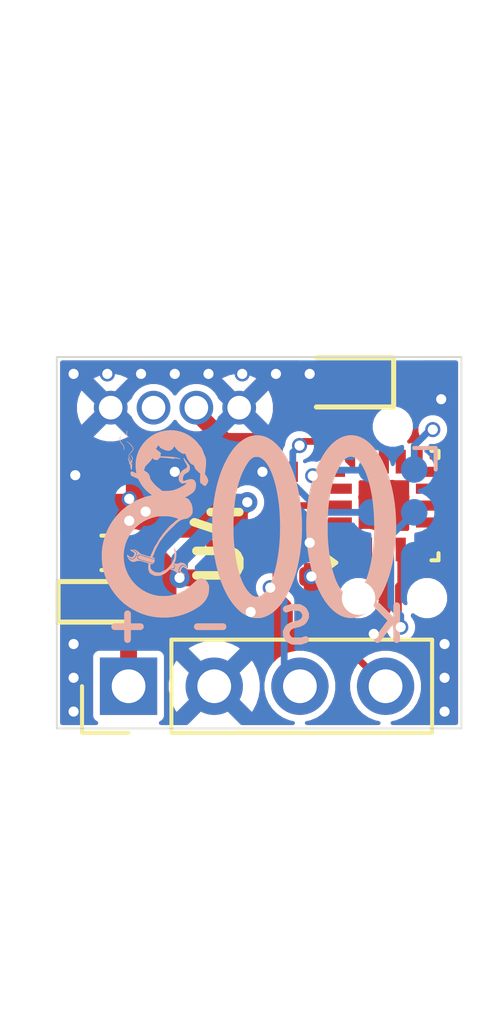
<source format=kicad_pcb>
(kicad_pcb (version 20241229) (generator "pcbnew") (generator_version "9.0")
  (layers (0 "F.Cu" signal) (4 "In1.Cu" signal) (6 "In2.Cu" signal) (2 "B.Cu" signal) (13 "F.Paste" user) (15 "B.Paste" user) (5 "F.SilkS" user "F.Silkscreen") (7 "B.SilkS" user "B.Silkscreen") (1 "F.Mask" user) (3 "B.Mask" user) (25 "Edge.Cuts" user))
  (net 0 "")
  (net 1 "GND")
  (net 2 "Net-(U4-EN)")
  (net 3 "+3.3V")
  (net 6 "Net-(D4-Pad1)")
  (net 7 "/Kill")
  (net 8 "/Start")
  (net 9 "Net-(J2-Pin_1)")
  (net 10 "Net-(D3-Pad1)")
  (net 11 "/SWDATA")
  (net 12 "/NRST")
  (net 13 "/SWCLK")
  (net 14 "Net-(U2-OUT)")
  (net 22 "Net-(U3-PA9{slash}PA11)")
  (footprint "PCM_JLCPCB:R_0402" (layer "F.Cu") (at 137.4 84)
    (property "Reference" "R1" (hide yes))
    (property "Value" "1kΩ" (hide yes))
    (pad "1" smd roundrect (at -0.5 -0.000002) (size 0.56 0.62) (layers "F.Cu" "F.Mask" "F.Paste") (net 6 "Net-(D4-Pad1)"))
    (pad "2" smd roundrect (at 0.5 0.000002) (size 0.56 0.62) (layers "F.Cu" "F.Mask" "F.Paste") (net 1 "GND"))
  )
  (footprint "PCM_JLCPCB:D_DFN1006-2L" (layer "F.Cu") (at 133.55 91.05)
    (property "Reference" "D1" (hide yes))
    (property "Value" "H3V3N10B")
    (pad "1" smd rect (at -0.399999 0.000003) (size 0.5 0.6) (layers "F.Cu" "F.Mask" "F.Paste") (net 1 "GND"))
    (pad "2" smd rect (at 0.399999 -0.000003) (size 0.5 0.6) (layers "F.Cu" "F.Mask" "F.Paste") (net 7 "/Kill"))
  )
  (footprint "Fuse:Fuse_0603_1608Metric" (layer "F.Cu") (at 127.9875 89.3 180)
    (property "Reference" "F1" (hide yes))
    (property "Value" "100 mA")
    (pad "1" smd roundrect (at -0.787502 -0.000001 180) (size 0.875 0.95) (layers "F.Cu" "F.Mask" "F.Paste") (net 2 "Net-(U4-EN)"))
    (pad "2" smd roundrect (at 0.787502 0.000001 180) (size 0.875 0.95) (layers "F.Cu" "F.Mask" "F.Paste") (net 10 "Net-(D3-Pad1)"))
  )
  (footprint "PCM_JLCPCB:D_DFN1006-2L" (layer "F.Cu") (at 133 86.9)
    (property "Reference" "D2" (hide yes))
    (property "Value" "H3V3N10B")
    (pad "1" smd rect (at -0.399998 0.000001) (size 0.5 0.6) (layers "F.Cu" "F.Mask" "F.Paste") (net 1 "GND"))
    (pad "2" smd rect (at 0.399998 -0.000001) (size 0.5 0.6) (layers "F.Cu" "F.Mask" "F.Paste") (net 8 "/Start"))
  )
  (footprint "PCM_JLCPCB:C_0402" (layer "F.Cu") (at 128.5 87.000002 180)
    (property "Reference" "C6" (hide yes))
    (property "Value" "100nF")
    (pad "1" smd roundrect (at -0.5 -0.000002 180) (size 0.56 0.62) (layers "F.Cu" "F.Mask" "F.Paste") (net 3 "+3.3V"))
    (pad "2" smd roundrect (at 0.5 0.000002 180) (size 0.56 0.62) (layers "F.Cu" "F.Mask" "F.Paste") (net 1 "GND"))
  )
  (footprint "Connector_PinHeader_2.54mm:PinHeader_1x04_P2.54mm_Vertical" (layer "F.Cu") (at 128.63 93.25 90)
    (property "Reference" "J2" (hide yes))
    (property "Value" "I/O Header")
    (pad "1" thru_hole rect (at 0 0 90) (size 1.7 1.7) (drill 1) (layers "*.Cu" "*.Mask") (net 9 "Net-(J2-Pin_1)"))
    (pad "2" thru_hole circle (at -0.000001 2.540001 90) (size 1.7 1.7) (drill 1) (layers "*.Cu" "*.Mask") (net 1 "GND"))
    (pad "3" thru_hole circle (at 0 5.08 90) (size 1.7 1.7) (drill 1) (layers "*.Cu" "*.Mask") (net 8 "/Start"))
    (pad "4" thru_hole circle (at 0 7.62 90) (size 1.7 1.7) (drill 1) (layers "*.Cu" "*.Mask") (net 7 "/Kill"))
  )
  (footprint "PCM_JLCPCB:C_0402" (layer "F.Cu") (at 131.2 86.920411 180)
    (property "Reference" "C1" (hide yes))
    (property "Value" "1uF")
    (pad "1" smd roundrect (at -0.5 -0.000002 180) (size 0.56 0.62) (layers "F.Cu" "F.Mask" "F.Paste") (net 3 "+3.3V"))
    (pad "2" smd roundrect (at 0.5 0.000002 180) (size 0.56 0.62) (layers "F.Cu" "F.Mask" "F.Paste") (net 1 "GND"))
  )
  (footprint "PCM_JLCPCB:C_0402" (layer "F.Cu") (at 130.3 91.05)
    (property "Reference" "C4" (hide yes))
    (property "Value" "1uF")
    (pad "1" smd roundrect (at -0.5 0) (size 0.56 0.62) (layers "F.Cu" "F.Mask" "F.Paste") (net 2 "Net-(U4-EN)"))
    (pad "2" smd roundrect (at 0.5 0) (size 0.56 0.62) (layers "F.Cu" "F.Mask" "F.Paste") (net 1 "GND"))
  )
  (footprint "UniversalAlexLibrary:LDK220PU33R" (layer "F.Cu") (at 131.537999 89.05 -90)
    (property "Reference" "U4" (at -0.05 0.2 270) (layer "F.SilkS") (effects (font (size 1.27 1.27) (thickness 0.254))))
    (property "Value" "LDK220PU33R" (hide yes))
    (pad "1" smd rect (at -0.4 0.338 270) (size 0.28 0.53) (layers "F.Cu" "F.Mask" "F.Paste") (net 3 "+3.3V"))
    (pad "2" smd rect (at 0 0.338 270) (size 0.28 0.53) (layers "F.Cu" "F.Mask" "F.Paste"))
    (pad "3" smd rect (at 0.4 0.338 270) (size 0.28 0.53) (layers "F.Cu" "F.Mask" "F.Paste"))
    (pad "4" smd rect (at 0.4 -0.338 270) (size 0.28 0.53) (layers "F.Cu" "F.Mask" "F.Paste") (net 2 "Net-(U4-EN)"))
    (pad "5" smd rect (at 0 -0.338 270) (size 0.28 0.53) (layers "F.Cu" "F.Mask" "F.Paste") (net 1 "GND"))
    (pad "6" smd rect (at -0.4 -0.338 270) (size 0.28 0.53) (layers "F.Cu" "F.Mask" "F.Paste") (net 2 "Net-(U4-EN)"))
  )
  (footprint "PCM_JLCPCB:D_0603" (layer "F.Cu") (at 135 84.25 180)
    (property "Reference" "D4" (hide yes))
    (property "Value" "Red")
    (pad "1" smd roundrect (at -0.79 0 180) (size 0.88 0.95) (layers "F.Cu" "F.Mask" "F.Paste") (net 6 "Net-(D4-Pad1)"))
    (pad "2" smd roundrect (at 0.79 0 180) (size 0.88 0.95) (layers "F.Cu" "F.Mask" "F.Paste") (net 22 "Net-(U3-PA9{slash}PA11)"))
  )
  (footprint "UniversalAlexLibrary:TVCastSMD4" (layer "F.Cu") (at 130.005 85)
    (property "Reference" "U2" (hide yes))
    (property "Value" "TSOP392")
    (pad "1" thru_hole circle (at -1.905 0) (size 1 1) (drill 0.7) (layers "*.Cu" "*.Mask") (net 1 "GND"))
    (pad "2" thru_hole circle (at -0.635 0) (size 1 1) (drill 0.7) (layers "*.Cu" "*.Mask") (net 3 "+3.3V"))
    (pad "3" thru_hole circle (at 0.635 0) (size 1 1) (drill 0.7) (layers "*.Cu" "*.Mask") (net 14 "Net-(U2-OUT)"))
    (pad "4" thru_hole circle (at 1.905 0) (size 1 1) (drill 0.7) (layers "*.Cu" "*.Mask") (net 1 "GND"))
  )
  (footprint "PCM_JLCPCB:D_SOD-523" (layer "F.Cu") (at 127.8 90.75)
    (property "Reference" "D3" (hide yes))
    (property "Value" "1SS389")
    (pad "1" smd roundrect (at -0.7 0 180) (size 0.6 0.7) (layers "F.Cu" "F.Mask" "F.Paste") (net 10 "Net-(D3-Pad1)"))
    (pad "2" smd roundrect (at 0.7 0 180) (size 0.6 0.7) (layers "F.Cu" "F.Mask" "F.Paste") (net 9 "Net-(J2-Pin_1)"))
  )
  (footprint "PCM_JLCPCB:C_0402" (layer "F.Cu") (at 134 89.5 90)
    (property "Reference" "C2" (hide yes))
    (property "Value" "100nF")
    (pad "1" smd roundrect (at -0.5 -0.000002 90) (size 0.56 0.62) (layers "F.Cu" "F.Mask" "F.Paste") (net 3 "+3.3V"))
    (pad "2" smd roundrect (at 0.5 0.000002 90) (size 0.56 0.62) (layers "F.Cu" "F.Mask" "F.Paste") (net 1 "GND"))
  )
  (footprint "Package_DFN_QFN:ST_UFQFPN-20_3x3mm_P0.5mm" (layer "F.Cu") (at 136.2 87.9 90)
    (property "Reference" "U3" (hide yes))
    (property "Value" "STM32C011F4")
    (pad "1" smd custom (at -1.475 -1.000001 90) (size 0.35 0.3) (layers "F.Cu" "F.Mask" "F.Paste") (options (clearance outline) (anchor rect)) (primitives (gr_poly (pts (xy 0.325 0) (xy 0.325 0.15) (xy 0.175 0.15) (xy 0.175 -0.15)) (width 0) (fill yes))))
    (pad "2" smd rect (at -1.3 -0.5 90) (size 0.7 0.3) (layers "F.Cu" "F.Mask" "F.Paste") (net 3 "+3.3V"))
    (pad "3" smd rect (at -1.3 0 90) (size 0.7 0.3) (layers "F.Cu" "F.Mask" "F.Paste") (net 1 "GND"))
    (pad "4" smd rect (at -1.3 0.5 90) (size 0.7 0.3) (layers "F.Cu" "F.Mask" "F.Paste") (net 12 "/NRST"))
    (pad "5" smd custom (at -1.475002 0.999999 90) (size 0.35 0.3) (layers "F.Cu" "F.Mask" "F.Paste") (options (clearance outline) (anchor rect)) (primitives (gr_poly (pts (xy 0.325 0) (xy 0.175 0.15) (xy 0.175 -0.15) (xy 0.325 -0.15)) (width 0) (fill yes))))
    (pad "6" smd custom (at -1.000001 1.475 90) (size 0.3 0.35) (layers "F.Cu" "F.Mask" "F.Paste") (options (clearance outline) (anchor rect)) (primitives (gr_poly (pts (xy 0.15 -0.175) (xy -0.15 -0.175) (xy 0 -0.325) (xy 0.15 -0.325)) (width 0) (fill yes))))
    (pad "7" smd rect (at -0.5 1.3 90) (size 0.3 0.7) (layers "F.Cu" "F.Mask" "F.Paste"))
    (pad "8" smd rect (at 0 1.3 90) (size 0.3 0.7) (layers "F.Cu" "F.Mask" "F.Paste"))
    (pad "9" smd rect (at 0.5 1.3 90) (size 0.3 0.7) (layers "F.Cu" "F.Mask" "F.Paste"))
    (pad "10" smd custom (at 0.999999 1.475002 90) (size 0.3 0.35) (layers "F.Cu" "F.Mask" "F.Paste") (options (clearance outline) (anchor rect)) (primitives (gr_poly (pts (xy 0.15 -0.175) (xy -0.15 -0.175) (xy -0.15 -0.325) (xy 0 -0.325)) (width 0) (fill yes))))
    (pad "11" smd custom (at 1.475 1.000001 90) (size 0.35 0.3) (layers "F.Cu" "F.Mask" "F.Paste") (options (clearance outline) (anchor rect)) (primitives (gr_poly (pts (xy -0.175 0.15) (xy -0.325 0) (xy -0.325 -0.15) (xy -0.175 -0.15)) (width 0) (fill yes))))
    (pad "12" smd rect (at 1.3 0.5 90) (size 0.7 0.3) (layers "F.Cu" "F.Mask" "F.Paste"))
    (pad "13" smd rect (at 1.3 0 90) (size 0.7 0.3) (layers "F.Cu" "F.Mask" "F.Paste"))
    (pad "14" smd rect (at 1.3 -0.5 90) (size 0.7 0.3) (layers "F.Cu" "F.Mask" "F.Paste") (net 22 "Net-(U3-PA9{slash}PA11)"))
    (pad "15" smd custom (at 1.475002 -0.999999 90) (size 0.35 0.3) (layers "F.Cu" "F.Mask" "F.Paste") (net 14 "Net-(U2-OUT)") (options (clearance outline) (anchor rect)) (primitives (gr_poly (pts (xy -0.175 0.15) (xy -0.325 0.15) (xy -0.325 0) (xy -0.175 -0.15)) (width 0) (fill yes))))
    (pad "16" smd custom (at 1.000001 -1.475 90) (size 0.3 0.35) (layers "F.Cu" "F.Mask" "F.Paste") (net 13 "/SWCLK") (options (clearance outline) (anchor rect)) (primitives (gr_poly (pts (xy 0 0.325) (xy -0.15 0.325) (xy -0.15 0.175) (xy 0.15 0.175)) (width 0) (fill yes))))
    (pad "17" smd rect (at 0.5 -1.3 90) (size 0.3 0.7) (layers "F.Cu" "F.Mask" "F.Paste") (net 11 "/SWDATA"))
    (pad "18" smd rect (at 0 -1.3 90) (size 0.3 0.7) (layers "F.Cu" "F.Mask" "F.Paste") (net 8 "/Start"))
    (pad "19" smd rect (at -0.5 -1.3 90) (size 0.3 0.7) (layers "F.Cu" "F.Mask" "F.Paste") (net 7 "/Kill"))
    (pad "20" smd custom (at -0.999999 -1.475002 90) (size 0.3 0.35) (layers "F.Cu" "F.Mask" "F.Paste") (options (clearance outline) (anchor rect)) (primitives (gr_poly (pts (xy 0.15 0.325) (xy 0 0.325) (xy -0.15 0.175) (xy 0.15 0.175)) (width 0) (fill yes))))
  )
  (footprint "Connector:Tag-Connect_TC2030-IDC-NL_2x03_P1.27mm_Vertical" (layer "B.Cu") (at 136.465 88.1 -90)
    (property "Reference" "J1" (hide yes))
    (property "Value" "Conn_ARM_SWD_TagConnect_TC2030-NL")
    (pad "" np_thru_hole circle (at -2.540004 -0.000001 270) (size 0.9906 0.9906) (drill 0.9906) (layers "*.Cu" "*.Mask"))
    (pad "" np_thru_hole circle (at 2.540001 1.016002 270) (size 0.9906 0.9906) (drill 0.9906) (layers "*.Cu" "*.Mask"))
    (pad "" np_thru_hole circle (at 2.540002 -1.016 270) (size 0.9906 0.9906) (drill 0.9906) (layers "*.Cu" "*.Mask"))
    (pad "1" connect circle (at -1.269998 -0.634998 270) (size 0.7874 0.7874) (layers "B.Cu" "B.Mask") (net 3 "+3.3V"))
    (pad "2" connect circle (at -1.27 0.634999 270) (size 0.7874 0.7874) (layers "B.Cu" "B.Mask") (net 11 "/SWDATA"))
    (pad "3" connect circle (at 0 -0.635 270) (size 0.7874 0.7874) (layers "B.Cu" "B.Mask") (net 12 "/NRST"))
    (pad "4" connect circle (at 0 0.635 270) (size 0.7874 0.7874) (layers "B.Cu" "B.Mask") (net 13 "/SWCLK"))
    (pad "5" connect circle (at 1.27 -0.634999 270) (size 0.7874 0.7874) (layers "B.Cu" "B.Mask") (net 1 "GND"))
    (zone (net 0) (net_name "") (layer "B.Cu") (connect_pads (clearance 0)) (min_thickness 0.254)
      (keepout (tracks allowed) (vias not_allowed) (pads allowed) (copperpour not_allowed) (footprints not_allowed))
      (fill (thermal_gap 0.508) (thermal_bridge_width 0.508))
      (polygon (pts (xy 135.830002 89.369998) (xy 135.830001 86.83) (xy 137.099998 86.830002) (xy 137.099999 89.37)))
    )
  )
  (footprint "LOGO" (layer "B.Cu") (at 132.281654 88.429759 180)
    (property "Reference" "G***" (hide yes))
    (property "Value" "LOGO" (hide yes))
  )
  (gr_rect (start 126.5 83.5) (end 138.5 94.5) (stroke (width 0.05)) (fill no) (layer "Edge.Cuts"))
  (gr_text "-" (at 131.8 92 0) (layer "B.SilkS") (effects (font (size 1 1) (thickness 0.2) (bold yes)) (justify left bottom mirror)))
  (gr_text "+" (at 129.35 92 0) (layer "B.SilkS") (effects (font (size 1 1) (thickness 0.2) (bold yes)) (justify left bottom mirror)))
  (gr_text "S" (at 134.2 92.05 0) (layer "B.SilkS") (effects (font (size 1 1) (thickness 0.2) (bold yes)) (justify left bottom mirror)))
  (gr_text "K" (at 136.95 92 0) (layer "B.SilkS") (effects (font (size 1 1) (thickness 0.2) (bold yes)) (justify left bottom mirror)))
  (segment (start 135.9 91.7) (end 135.9 91.408207) (width 0.2) (layer "F.Cu") (net 1))
  (segment (start 135.9 91.408207) (end 136.299298 91.008909) (width 0.2) (layer "F.Cu") (net 1))
  (segment (start 130 86.9) (end 130 86.949992) (width 0.2) (layer "F.Cu") (net 1))
  (segment (start 130.049992 86.9) (end 130.679591 86.9) (width 0.2) (layer "F.Cu") (net 1))
  (segment (start 136.299298 90.287795) (end 136.2 90.188497) (width 0.2) (layer "F.Cu") (net 1))
  (segment (start 127.05 87.949998) (end 127.05 87) (width 0.5) (layer "F.Cu") (net 1))
  (segment (start 128 87) (end 127.05 87) (width 0.5) (layer "F.Cu") (net 1))
  (segment (start 130 86.949992) (end 130.049992 86.9) (width 0.2) (layer "F.Cu") (net 1))
  (segment (start 130.679591 86.9) (end 130.7 86.920409) (width 0.2) (layer "F.Cu") (net 1))
  (segment (start 134.050002 89) (end 134 89) (width 0.25) (layer "F.Cu") (net 1))
  (segment (start 136.2 90.188497) (end 136.2 89.2) (width 0.2) (layer "F.Cu") (net 1))
  (segment (start 136.299298 91.008909) (end 136.299298 90.287795) (width 0.2) (layer "F.Cu") (net 1))
  (via (at 127 84) (size 0.45) (drill 0.3) (layers "F.Cu" "B.Cu") (net 1))
  (via (at 137.9 84.75) (size 0.45) (drill 0.3) (layers "F.Cu" "B.Cu") (net 1))
  (via (at 138 94) (size 0.45) (drill 0.3) (layers "F.Cu" "B.Cu") (net 1))
  (via (at 128 84) (size 0.45) (drill 0.3) (layers "F.Cu" "B.Cu") (net 1))
  (via (at 135.9 91.7) (size 0.45) (drill 0.3) (layers "F.Cu" "B.Cu") (net 1))
  (via (at 127 92) (size 0.45) (drill 0.3) (layers "F.Cu" "B.Cu") (net 1))
  (via (at 138 93) (size 0.45) (drill 0.3) (layers "F.Cu" "B.Cu") (net 1))
  (via (at 127 93) (size 0.45) (drill 0.3) (layers "F.Cu" "B.Cu") (net 1))
  (via (at 131 84) (size 0.45) (drill 0.3) (layers "F.Cu" "B.Cu") (net 1))
  (via (at 133 84) (size 0.45) (drill 0.3) (layers "F.Cu" "B.Cu") (net 1))
  (via (at 134 84) (size 0.45) (drill 0.3) (layers "F.Cu" "B.Cu") (net 1))
  (via (at 130 86.9) (size 0.45) (drill 0.3) (layers "F.Cu" "B.Cu") (net 1))
  (via (at 127.05 87) (size 0.45) (drill 0.3) (layers "F.Cu" "B.Cu") (net 1))
  (via (at 138 92) (size 0.45) (drill 0.3) (layers "F.Cu" "B.Cu") (net 1))
  (via (at 132.600002 86.900001) (size 0.45) (drill 0.3) (layers "F.Cu" "B.Cu") (net 1))
  (via (at 130 84) (size 0.45) (drill 0.3) (layers "F.Cu" "B.Cu") (net 1))
  (via (at 132.25 91.05) (size 0.45) (drill 0.3) (layers "F.Cu" "B.Cu") (net 1))
  (via (at 132 84) (size 0.45) (drill 0.3) (layers "F.Cu" "B.Cu") (net 1))
  (via (at 134 89) (size 0.45) (drill 0.3) (layers "F.Cu" "B.Cu") (net 1))
  (via (at 127 94) (size 0.45) (drill 0.3) (layers "F.Cu" "B.Cu") (net 1))
  (via (at 129 84) (size 0.45) (drill 0.3) (layers "F.Cu" "B.Cu") (net 1))
  (segment (start 129.8 89.7) (end 129.8 91.05) (width 0.5) (layer "F.Cu") (net 2))
  (segment (start 132.15 87.8) (end 131.915999 88.034001) (width 0.5) (layer "F.Cu") (net 2))
  (segment (start 130.141 90.041) (end 131.641 90.041) (width 0.5) (layer "F.Cu") (net 2))
  (segment (start 129.4 89.3) (end 129.8 89.7) (width 0.5) (layer "F.Cu") (net 2))
  (segment (start 131.915999 88.034001) (end 131.915999 88.459) (width 0.5) (layer "F.Cu") (net 2))
  (segment (start 131.641 90.041) (end 131.65 90.05) (width 0.5) (layer "F.Cu") (net 2))
  (segment (start 131.65 90.05) (end 131.915998 89.784002) (width 0.5) (layer "F.Cu") (net 2))
  (segment (start 129.8 89.7) (end 130.141 90.041) (width 0.5) (layer "F.Cu") (net 2))
  (segment (start 129.399999 89.300001) (end 129.4 89.3) (width 0.5) (layer "F.Cu") (net 2))
  (segment (start 128.775002 89.300001) (end 129.399999 89.300001) (width 0.5) (layer "F.Cu") (net 2))
  (segment (start 131.915998 89.784002) (end 131.915998 89.641) (width 0.5) (layer "F.Cu") (net 2))
  (via (at 130.141 90.041) (size 0.6) (drill 0.3) (layers "F.Cu" "B.Cu") (net 2))
  (via (at 132.15 87.8) (size 0.6) (drill 0.3) (layers "F.Cu" "B.Cu") (net 2))
  (segment (start 131.85 87.8) (end 130.141 89.509) (width 0.5) (layer "B.Cu") (net 2))
  (segment (start 130.141 89.509) (end 130.141 90.041) (width 0.5) (layer "B.Cu") (net 2))
  (segment (start 132.15 87.8) (end 131.85 87.8) (width 0.5) (layer "B.Cu") (net 2))
  (segment (start 134.123939 90) (end 134.22394 90.100001) (width 0.2) (layer "F.Cu") (net 3))
  (segment (start 134.049998 90) (end 134.123939 90) (width 0.2) (layer "F.Cu") (net 3))
  (via (at 134.049998 90) (size 0.45) (drill 0.3) (layers "F.Cu" "B.Cu") (net 3))
  (via (at 137.65 85.65) (size 0.45) (drill 0.3) (layers "F.Cu" "B.Cu") (net 3))
  (via (at 128.65 88.35) (size 0.45) (drill 0.3) (layers "F.Cu" "B.Cu") (net 3))
  (via (at 128.65 87.7) (size 0.45) (drill 0.3) (layers "F.Cu" "B.Cu") (net 3))
  (via (at 129.136726 88.077343) (size 0.45) (drill 0.3) (layers "F.Cu" "B.Cu") (net 3))
  (segment (start 137.65 85.65) (end 137.576468 85.65) (width 0.2) (layer "B.Cu") (net 3))
  (segment (start 137.576468 85.65) (end 137.099998 86.12647) (width 0.2) (layer "B.Cu") (net 3))
  (segment (start 137.099998 86.12647) (end 137.099998 86.830002) (width 0.2) (layer "B.Cu") (net 3))
  (segment (start 136.649998 84.25) (end 136.9 83.999998) (width 0.2) (layer "F.Cu") (net 6))
  (segment (start 135.79 84.25) (end 136.649998 84.25) (width 0.2) (layer "F.Cu") (net 6))
  (segment (start 133.75 90.75) (end 136.25 93.25) (width 0.2) (layer "F.Cu") (net 7))
  (segment (start 133.338064 88.661936) (end 133.338064 90.008529) (width 0.2) (layer "F.Cu") (net 7))
  (segment (start 134.918386 88.394446) (end 135.068386 88.394446) (width 0.2) (layer "F.Cu") (net 7))
  (segment (start 133.428678 90.350339) (end 133.428678 90.364508) (width 0.15) (layer "F.Cu") (net 7))
  (segment (start 135.07394 88.4) (end 133.851001 88.4) (width 0.2) (layer "F.Cu") (net 7))
  (segment (start 133.599003 88.400997) (end 133.338064 88.661936) (width 0.2) (layer "F.Cu") (net 7))
  (segment (start 135.068386 88.394446) (end 135.07394 88.4) (width 0.2) (layer "F.Cu") (net 7))
  (segment (start 133.75 90.671661) (end 133.75 90.75) (width 0.2) (layer "F.Cu") (net 7))
  (segment (start 133.428678 90.364508) (end 133.735831 90.671661) (width 0.15) (layer "F.Cu") (net 7))
  (segment (start 133.851001 88.4) (end 133.851001 88.400997) (width 0.2) (layer "F.Cu") (net 7))
  (segment (start 133.851001 88.400997) (end 133.599003 88.400997) (width 0.2) (layer "F.Cu") (net 7))
  (segment (start 133.338064 90.008529) (end 133.338064 90.052414) (width 0.15) (layer "F.Cu") (net 7))
  (segment (start 133.735831 90.671661) (end 133.75 90.671661) (width 0.15) (layer "F.Cu") (net 7))
  (segment (start 133.386131 90.307792) (end 133.418498 90.340159) (width 0.15) (layer "F.Cu") (net 7))
  (segment (start 133.386131 90.100481) (end 133.386131 90.307792) (width 0.15) (layer "F.Cu") (net 7))
  (segment (start 133.338064 90.052414) (end 133.386131 90.100481) (width 0.15) (layer "F.Cu") (net 7))
  (segment (start 134.473468 87.9) (end 134.923938 87.9) (width 0.2) (layer "F.Cu") (net 8))
  (segment (start 133 88.349997) (end 133.45 87.899997) (width 0.2) (layer "F.Cu") (net 8))
  (segment (start 132.830131 90.330784) (end 133 90.160915) (width 0.2) (layer "F.Cu") (net 8))
  (segment (start 133.45 87.899997) (end 133.45 87.85) (width 0.2) (layer "F.Cu") (net 8))
  (segment (start 133 90.160915) (end 133 88.349997) (width 0.2) (layer "F.Cu") (net 8))
  (segment (start 133.45 87.899997) (end 134.473465 87.899997) (width 0.2) (layer "F.Cu") (net 8))
  (segment (start 133.45 87.85) (end 133.508442 87.791558) (width 0.2) (layer "F.Cu") (net 8))
  (segment (start 133.508442 87.791558) (end 133.508442 86.899999) (width 0.2) (layer "F.Cu") (net 8))
  (segment (start 134.473465 87.899997) (end 134.473468 87.9) (width 0.2) (layer "F.Cu") (net 8))
  (via (at 132.830131 90.330784) (size 0.45) (drill 0.3) (layers "F.Cu" "B.Cu") (net 8))
  (segment (start 132.830131 90.330784) (end 132.83866 90.330784) (width 0.2) (layer "B.Cu") (net 8))
  (segment (start 133.243469 92.783469) (end 133.71 93.25) (width 0.2) (layer "B.Cu") (net 8))
  (segment (start 133.243469 90.735593) (end 133.243469 92.783469) (width 0.2) (layer "B.Cu") (net 8))
  (segment (start 132.83866 90.330784) (end 133.243469 90.735593) (width 0.2) (layer "B.Cu") (net 8))
  (segment (start 133.71 93.25) (end 134.013507 93.25) (width 0.2) (layer "B.Cu") (net 8))
  (segment (start 127.1 90.75) (end 127.1 89.399997) (width 0.5) (layer "F.Cu") (net 10))
  (segment (start 127.1 89.399997) (end 127.199998 89.299999) (width 0.5) (layer "F.Cu") (net 10))
  (segment (start 134.9 87.355999) (end 134.9 87.4) (width 0.2) (layer "F.Cu") (net 11))
  (segment (start 134.244 87.171762) (end 134.244 87.176751) (width 0.2) (layer "F.Cu") (net 11))
  (segment (start 134.089442 87.017204) (end 134.244 87.171762) (width 0.2) (layer "F.Cu") (net 11))
  (segment (start 134.244 87.176751) (end 134.423248 87.355999) (width 0.2) (layer "F.Cu") (net 11))
  (segment (start 134.423248 87.355999) (end 134.9 87.355999) (width 0.2) (layer "F.Cu") (net 11))
  (via (at 134.089442 87.017204) (size 0.45) (drill 0.3) (layers "F.Cu" "B.Cu") (net 11))
  (segment (start 134.240199 87.017204) (end 134.407769 86.849634) (width 0.2) (layer "B.Cu") (net 11))
  (segment (start 134.407769 86.849634) (end 135.810367 86.849634) (width 0.2) (layer "B.Cu") (net 11))
  (segment (start 134.089442 87.017204) (end 134.240199 87.017204) (width 0.2) (layer "B.Cu") (net 11))
  (segment (start 135.810367 86.849634) (end 135.830001 86.83) (width 0.2) (layer "B.Cu") (net 11))
  (segment (start 136.7 90.218496) (end 136.7 89.2) (width 0.2) (layer "F.Cu") (net 12))
  (segment (start 136.7 91.5) (end 136.7 91.160284) (width 0.2) (layer "F.Cu") (net 12))
  (segment (start 136.7 91.160284) (end 136.6307 91.090984) (width 0.2) (layer "F.Cu") (net 12))
  (segment (start 136.6307 91.090984) (end 136.6307 90.287796) (width 0.2) (layer "F.Cu") (net 12))
  (segment (start 136.6307 90.287796) (end 136.7 90.218496) (width 0.2) (layer "F.Cu") (net 12))
  (via (at 136.7 91.5) (size 0.45) (drill 0.3) (layers "F.Cu" "B.Cu") (net 12))
  (segment (start 136.405299 88.794701) (end 137.1 88.1) (width 0.2) (layer "B.Cu") (net 12))
  (segment (start 136.405299 90.865583) (end 136.405299 88.794701) (width 0.2) (layer "B.Cu") (net 12))
  (segment (start 136.7 91.160284) (end 136.405299 90.865583) (width 0.2) (layer "B.Cu") (net 12))
  (segment (start 136.7 91.5) (end 136.7 91.160284) (width 0.2) (layer "B.Cu") (net 12))
  (segment (start 133.821356 86) (end 134.400001 86) (width 0.2) (layer "F.Cu") (net 13))
  (segment (start 133.699147 86.122209) (end 133.821356 86) (width 0.2) (layer "F.Cu") (net 13))
  (segment (start 134.725 86.899999) (end 134.775258 86.849741) (width 0.2) (layer "F.Cu") (net 13))
  (segment (start 134.775258 86.849741) (end 134.848682 86.849741) (width 0.2) (layer "F.Cu") (net 13))
  (segment (start 134.848682 86.849741) (end 134.89894 86.899999) (width 0.2) (layer "F.Cu") (net 13))
  (segment (start 134.400001 86) (end 134.725 86.324999) (width 0.2) (layer "F.Cu") (net 13))
  (segment (start 134.725 86.324999) (end 134.725 86.899999) (width 0.2) (layer "F.Cu") (net 13))
  (via (at 133.699147 86.122209) (size 0.45) (drill 0.3) (layers "F.Cu" "B.Cu") (net 13))
  (segment (start 133.5 86.321356) (end 133.5 87.25) (width 0.2) (layer "B.Cu") (net 13))
  (segment (start 133.5 87.25) (end 134.35 88.1) (width 0.2) (layer "B.Cu") (net 13))
  (segment (start 133.699147 86.122209) (end 133.5 86.321356) (width 0.2) (layer "B.Cu") (net 13))
  (segment (start 134.35 88.1) (end 135.83 88.1) (width 0.2) (layer "B.Cu") (net 13))
  (segment (start 130.64 85.145628) (end 131.495372 86.001) (width 0.5) (layer "F.Cu") (net 14))
  (segment (start 134.591209 85.391209) (end 134.6 85.4) (width 0.5) (layer "F.Cu") (net 14))
  (segment (start 130.64 85) (end 130.64 85.145628) (width 0.5) (layer "F.Cu") (net 14))
  (segment (start 135.200001 86.424998) (end 135.200001 86.000001) (width 0.2) (layer "F.Cu") (net 14))
  (segment (start 132.786565 86.001) (end 133.396356 85.391209) (width 0.5) (layer "F.Cu") (net 14))
  (segment (start 131.495372 86.001) (end 132.786565 86.001) (width 0.5) (layer "F.Cu") (net 14))
  (segment (start 133.396356 85.391209) (end 134.591209 85.391209) (width 0.5) (layer "F.Cu") (net 14))
  (segment (start 135.200001 86.000001) (end 134.591209 85.391209) (width 0.2) (layer "F.Cu") (net 14))
  (segment (start 135.7 85.997501) (end 135.078 85.375501) (width 0.2) (layer "F.Cu") (net 22))
  (segment (start 135.078 85.118) (end 134.390829 84.430829) (width 0.2) (layer "F.Cu") (net 22))
  (segment (start 135.7 86.6) (end 135.7 85.997501) (width 0.2) (layer "F.Cu") (net 22))
  (segment (start 135.078 85.375501) (end 135.078 85.118) (width 0.2) (layer "F.Cu") (net 22))
  (zone (net 9) (net_name "Net-(J2-Pin_1)") (layer "F.Cu") (priority 5) (connect_pads (clearance 0.2)) (min_thickness 0.2) (fill yes (thermal_gap 0.5) (thermal_bridge_width 0.5))
    (polygon (pts (xy 126.5 91.4) (xy 126.5 94.5) (xy 129.9 94.5) (xy 129.9 91.45) (xy 129.25 91.45) (xy 129.25 90.05) (xy 127.8 90.05) (xy 127.8 91.4)))
  )
  (zone (net 3) (net_name "+3.3V") (layer "F.Cu") (priority 10) (connect_pads thru_hole_only (clearance 0.15)) (min_thickness 0.15) (fill yes (thermal_gap 0.5) (thermal_bridge_width 0.5))
    (polygon (pts (xy 133.82394 90.500002) (xy 133.82394 89.600002) (xy 134.573942 89.600002) (xy 135.518967 89.6) (xy 135.5139 88.795006) (xy 135.95 88.795005) (xy 135.95 90.5)))
  )
  (zone (net 3) (net_name "+3.3V") (layer "F.Cu") (priority 3) (connect_pads thru_hole_only (clearance 0.2)) (min_thickness 0.2) (fill yes (thermal_gap 0.5) (thermal_bridge_width 0.5))
    (polygon (pts (xy 132.1 87.65) (xy 131.55 88.2) (xy 131.55 88.85) (xy 130.8 88.85) (xy 129.55 88.85) (xy 128.85 88.6) (xy 129.3 87.400001) (xy 131.237705 87.330249) (xy 131.2266 86.5) (xy 132.1 86.5)))
  )
  (zone (net 3) (net_name "+3.3V") (layer "F.Cu") (priority 4) (connect_pads thru_hole_only (clearance 0.2)) (min_thickness 0.2) (fill yes (thermal_gap 0.5) (thermal_bridge_width 0.5))
    (polygon (pts (xy 129.6 88.45) (xy 129.4 88.25) (xy 129.4 86.6) (xy 128.55 86.6) (xy 128.55 87.55) (xy 127.5 87.55) (xy 127.5 88.6) (xy 129.3 88.6)))
  )
  (zone (net 1) (net_name "GND") (layers "F.Cu" "B.Cu") (connect_pads thru_hole_only (clearance 0.12)) (min_thickness 0.12) (fill yes (thermal_gap 0.5) (thermal_bridge_width 0.5))
    (polygon (pts (xy 138.65 83.35) (xy 138.65 94.65) (xy 126.4 94.65) (xy 126.4 83.35)))
  )
)
</source>
